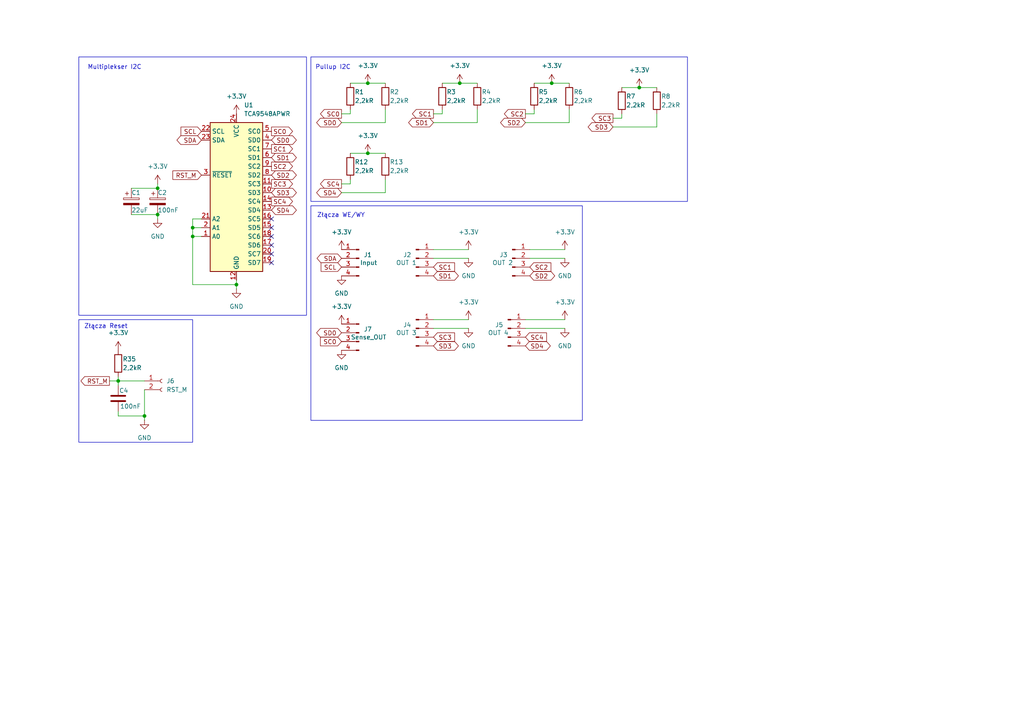
<source format=kicad_sch>
(kicad_sch (version 20231120) (generator "eeschema") (generator_version "8.0")
  (paper "A4")
  (lib_symbols
    (symbol "+3.3V_1" (power) (pin_numbers hide) (pin_names (offset 0) hide)
      (property "Value" "+3.3V" (at 0 3.556 0))
      (symbol "+3.3V_1_0_1"
        (polyline (pts (xy -0.762 1.27) (xy 0 2.54)))
        (polyline (pts (xy 0 0) (xy 0 2.54)))
        (polyline (pts (xy 0 2.54) (xy 0.762 1.27)))
      )
      (symbol "+3.3V_1_1_1"
        (pin power_in line (at 0 0 90) (length 0) (name "~") (number "1"))
      )
    )
    (symbol "Connector:Conn_01x02_Socket" (pin_names (offset 1.016) hide)
      (property "Reference" "J" (at 0 2.54 0))
      (property "Value" "Conn_01x02_Socket" (at 0 -5.08 0))
      (symbol "Conn_01x02_Socket_1_1"
        (arc (start 0 -2.032) (mid -0.5058 -2.54) (end 0 -3.048) (stroke (width 0.1524)))
        (polyline (pts (xy -1.27 -2.54) (xy -0.508 -2.54)) (stroke (width 0.1524)))
        (polyline (pts (xy -1.27 0) (xy -0.508 0)) (stroke (width 0.1524)))
        (arc (start 0 0.508) (mid -0.5058 0) (end 0 -0.508) (stroke (width 0.1524)))
        (pin passive line (at -5.08 0 0) (length 3.81) (name "Pin_1") (number "1"))
        (pin passive line (at -5.08 -2.54 0) (length 3.81) (name "Pin_2") (number "2"))
      )
    )
    (symbol "Connector:Conn_01x04_Pin" (pin_names (offset 1.016) hide)
      (property "Reference" "J" (at 0 5.08 0))
      (property "Value" "Conn_01x04_Pin" (at 0 -7.62 0))
      (symbol "Conn_01x04_Pin_1_1"
        (polyline (pts (xy 1.27 -5.08) (xy 0.8636 -5.08)) (stroke (width 0.1524)))
        (polyline (pts (xy 1.27 -2.54) (xy 0.8636 -2.54)) (stroke (width 0.1524)))
        (polyline (pts (xy 1.27 0) (xy 0.8636 0)) (stroke (width 0.1524)))
        (polyline (pts (xy 1.27 2.54) (xy 0.8636 2.54)) (stroke (width 0.1524)))
        (rectangle (start 0.8636 -4.953) (end 0 -5.207) (stroke (width 0.1524)) (fill (type outline)))
        (rectangle (start 0.8636 -2.413) (end 0 -2.667) (stroke (width 0.1524)) (fill (type outline)))
        (rectangle (start 0.8636 0.127) (end 0 -0.127) (stroke (width 0.1524)) (fill (type outline)))
        (rectangle (start 0.8636 2.667) (end 0 2.413) (stroke (width 0.1524)) (fill (type outline)))
        (pin passive line (at 5.08 2.54 180) (length 3.81) (name "Pin_1") (number "1"))
        (pin passive line (at 5.08 0 180) (length 3.81) (name "Pin_2") (number "2"))
        (pin passive line (at 5.08 -2.54 180) (length 3.81) (name "Pin_3") (number "3"))
        (pin passive line (at 5.08 -5.08 180) (length 3.81) (name "Pin_4") (number "4"))
      )
    )
    (symbol "Device:C" (pin_numbers hide) (pin_names (offset 0.254))
      (property "Reference" "C" (at 0.635 2.54 0))
      (property "Value" "C" (at 0.635 -2.54 0))
      (symbol "C_0_1"
        (polyline (pts (xy -2.032 -0.762) (xy 2.032 -0.762)) (stroke (width 0.508)))
        (polyline (pts (xy -2.032 0.762) (xy 2.032 0.762)) (stroke (width 0.508)))
      )
      (symbol "C_1_1"
        (pin passive line (at 0 3.81 270) (length 2.794) (name "~") (number "1"))
        (pin passive line (at 0 -3.81 90) (length 2.794) (name "~") (number "2"))
      )
    )
    (symbol "Device:C_Polarized" (pin_numbers hide) (pin_names (offset 0.254))
      (property "Reference" "C" (at 0.635 2.54 0))
      (property "Value" "C_Polarized" (at 0.635 -2.54 0))
      (symbol "C_Polarized_0_1"
        (rectangle (start -2.286 0.508) (end 2.286 1.016))
        (polyline (pts (xy -1.778 2.286) (xy -0.762 2.286)))
        (polyline (pts (xy -1.27 2.794) (xy -1.27 1.778)))
        (rectangle (start 2.286 -0.508) (end -2.286 -1.016) (fill (type outline)))
      )
      (symbol "C_Polarized_1_1"
        (pin passive line (at 0 3.81 270) (length 2.794) (name "~") (number "1"))
        (pin passive line (at 0 -3.81 90) (length 2.794) (name "~") (number "2"))
      )
    )
    (symbol "Device:R" (pin_numbers hide) (pin_names (offset 0))
      (property "Reference" "R" (at 2.032 0 90))
      (property "Value" "R" (at 0 0 90))
      (symbol "R_0_1"
        (rectangle (start -1.016 -2.54) (end 1.016 2.54) (stroke (width 0.254)))
      )
      (symbol "R_1_1"
        (pin passive line (at 0 3.81 270) (length 1.27) (name "~") (number "1"))
        (pin passive line (at 0 -3.81 90) (length 1.27) (name "~") (number "2"))
      )
    )
    (symbol "GND_1" (power) (pin_numbers hide) (pin_names (offset 0) hide)
      (property "Value" "GND" (at 0 -3.81 0))
      (symbol "GND_1_0_1"
        (polyline (pts (xy 0 0) (xy 0 -1.27) (xy 1.27 -1.27) (xy 0 -2.54) (xy -1.27 -1.27) (xy 0 -1.27)))
      )
      (symbol "GND_1_1_1"
        (pin power_in line (at 0 0 270) (length 0) (name "~") (number "1"))
      )
    )
    (symbol "Interface_Expansion:TCA9548APWR"
      (property "Reference" "U" (at -7.62 21.59 0))
      (property "Value" "TCA9548APWR" (at 1.016 21.59 0))
      (symbol "TCA9548APWR_0_1"
        (rectangle (start -7.62 20.32) (end 7.62 -22.86) (stroke (width 0.254)) (fill (type background)))
      )
      (symbol "TCA9548APWR_1_1"
        (pin input line (at -10.16 -12.7 0) (length 2.54) (name "A0") (number "1"))
        (pin bidirectional line (at 10.16 0 180) (length 2.54) (name "SD3") (number "10"))
        (pin output line (at 10.16 2.54 180) (length 2.54) (name "SC3") (number "11"))
        (pin power_in line (at 0 -25.4 90) (length 2.54) (name "GND") (number "12"))
        (pin bidirectional line (at 10.16 -5.08 180) (length 2.54) (name "SD4") (number "13"))
        (pin output line (at 10.16 -2.54 180) (length 2.54) (name "SC4") (number "14"))
        (pin bidirectional line (at 10.16 -10.16 180) (length 2.54) (name "SD5") (number "15"))
        (pin output line (at 10.16 -7.62 180) (length 2.54) (name "SC5") (number "16"))
        (pin bidirectional line (at 10.16 -15.24 180) (length 2.54) (name "SD6") (number "17"))
        (pin output line (at 10.16 -12.7 180) (length 2.54) (name "SC6") (number "18"))
        (pin bidirectional line (at 10.16 -20.32 180) (length 2.54) (name "SD7") (number "19"))
        (pin input line (at -10.16 -10.16 0) (length 2.54) (name "A1") (number "2"))
        (pin output line (at 10.16 -17.78 180) (length 2.54) (name "SC7") (number "20"))
        (pin input line (at -10.16 -7.62 0) (length 2.54) (name "A2") (number "21"))
        (pin input line (at -10.16 17.78 0) (length 2.54) (name "SCL") (number "22"))
        (pin bidirectional line (at -10.16 15.24 0) (length 2.54) (name "SDA") (number "23"))
        (pin power_in line (at 0 22.86 270) (length 2.54) (name "VCC") (number "24"))
        (pin input line (at -10.16 5.08 0) (length 2.54) (name "~{RESET}") (number "3"))
        (pin bidirectional line (at 10.16 15.24 180) (length 2.54) (name "SD0") (number "4"))
        (pin output line (at 10.16 17.78 180) (length 2.54) (name "SC0") (number "5"))
        (pin bidirectional line (at 10.16 10.16 180) (length 2.54) (name "SD1") (number "6"))
        (pin output line (at 10.16 12.7 180) (length 2.54) (name "SC1") (number "7"))
        (pin bidirectional line (at 10.16 5.08 180) (length 2.54) (name "SD2") (number "8"))
        (pin output line (at 10.16 7.62 180) (length 2.54) (name "SC2") (number "9"))
      )
    )
    (symbol "power:+3.3V" (power) (pin_names (offset 0))
      (property "Value" "+3.3V" (at 0 3.556 0))
      (symbol "+3.3V_0_1"
        (polyline (pts (xy -0.762 1.27) (xy 0 2.54)))
        (polyline (pts (xy 0 0) (xy 0 2.54)))
        (polyline (pts (xy 0 2.54) (xy 0.762 1.27)))
      )
      (symbol "+3.3V_1_1"
        (pin power_in line (at 0 0 90) (length 0) hide (name "+3.3V") (number "1"))
      )
    )
    (symbol "power:GND" (power) (pin_names (offset 0))
      (property "Value" "GND" (at 0 -3.81 0))
      (symbol "GND_0_1"
        (polyline (pts (xy 0 0) (xy 0 -1.27) (xy 1.27 -1.27) (xy 0 -2.54) (xy -1.27 -1.27) (xy 0 -1.27)))
      )
      (symbol "GND_1_1"
        (pin power_in line (at 0 0 270) (length 0) hide (name "GND") (number "1"))
      )
    )
  )
  (junction (at 133.35 24.13))
  (junction (at 160.02 24.13))
  (junction (at 34.29 110.49))
  (junction (at 106.68 24.13))
  (junction (at 68.58 82.55))
  (junction (at 55.88 66.04))
  (junction (at 41.91 120.65))
  (junction (at 45.72 54.61))
  (junction (at 45.72 62.23))
  (junction (at 106.68 44.45))
  (junction (at 55.88 68.58))
  (junction (at 185.42 25.4))
  (no_connect (at 78.74 66.04))
  (no_connect (at 78.74 71.12))
  (no_connect (at 78.74 68.58))
  (no_connect (at 78.74 73.66))
  (no_connect (at 78.74 63.5))
  (no_connect (at 78.74 76.2))
  (wire (pts (xy 99.06 35.56) (xy 111.76 35.56)))
  (wire (pts (xy 55.88 68.58) (xy 58.42 68.58)))
  (wire (pts (xy 99.06 53.34) (xy 101.6 53.34)))
  (wire (pts (xy 34.29 120.65) (xy 41.91 120.65)))
  (wire (pts (xy 55.88 63.5) (xy 55.88 66.04)))
  (wire (pts (xy 45.72 63.5) (xy 45.72 62.23)))
  (wire (pts (xy 128.27 24.13) (xy 133.35 24.13)))
  (wire (pts (xy 34.29 110.49) (xy 41.91 110.49)))
  (wire (pts (xy 101.6 33.02) (xy 101.6 31.75)))
  (wire (pts (xy 45.72 53.34) (xy 45.72 54.61)))
  (wire (pts (xy 125.73 95.25) (xy 135.89 95.25)))
  (wire (pts (xy 185.42 25.4) (xy 190.5 25.4)))
  (wire (pts (xy 99.06 55.88) (xy 111.76 55.88)))
  (wire (pts (xy 154.94 33.02) (xy 154.94 31.75)))
  (wire (pts (xy 55.88 82.55) (xy 68.58 82.55)))
  (wire (pts (xy 68.58 83.82) (xy 68.58 82.55)))
  (wire (pts (xy 41.91 113.03) (xy 41.91 120.65)))
  (wire (pts (xy 125.73 33.02) (xy 128.27 33.02)))
  (wire (pts (xy 101.6 44.45) (xy 106.68 44.45)))
  (wire (pts (xy 135.89 72.39) (xy 125.73 72.39)))
  (wire (pts (xy 125.73 92.71) (xy 135.89 92.71)))
  (wire (pts (xy 138.43 35.56) (xy 138.43 31.75)))
  (wire (pts (xy 41.91 121.92) (xy 41.91 120.65)))
  (wire (pts (xy 58.42 63.5) (xy 55.88 63.5)))
  (wire (pts (xy 153.67 74.93) (xy 163.83 74.93)))
  (wire (pts (xy 177.8 34.29) (xy 180.34 34.29)))
  (wire (pts (xy 55.88 66.04) (xy 58.42 66.04)))
  (wire (pts (xy 125.73 74.93) (xy 135.89 74.93)))
  (wire (pts (xy 177.8 36.83) (xy 190.5 36.83)))
  (wire (pts (xy 55.88 66.04) (xy 55.88 68.58)))
  (wire (pts (xy 154.94 24.13) (xy 160.02 24.13)))
  (wire (pts (xy 152.4 35.56) (xy 165.1 35.56)))
  (wire (pts (xy 190.5 36.83) (xy 190.5 33.02)))
  (wire (pts (xy 180.34 34.29) (xy 180.34 33.02)))
  (wire (pts (xy 128.27 33.02) (xy 128.27 31.75)))
  (wire (pts (xy 125.73 35.56) (xy 138.43 35.56)))
  (wire (pts (xy 99.06 33.02) (xy 101.6 33.02)))
  (wire (pts (xy 111.76 35.56) (xy 111.76 31.75)))
  (wire (pts (xy 152.4 92.71) (xy 163.83 92.71)))
  (wire (pts (xy 152.4 95.25) (xy 163.83 95.25)))
  (wire (pts (xy 34.29 120.65) (xy 34.29 119.38)))
  (wire (pts (xy 34.29 111.76) (xy 34.29 110.49)))
  (wire (pts (xy 38.1 62.23) (xy 45.72 62.23)))
  (wire (pts (xy 133.35 24.13) (xy 138.43 24.13)))
  (wire (pts (xy 68.58 82.55) (xy 68.58 81.28)))
  (wire (pts (xy 101.6 24.13) (xy 106.68 24.13)))
  (wire (pts (xy 106.68 24.13) (xy 111.76 24.13)))
  (wire (pts (xy 111.76 55.88) (xy 111.76 52.07)))
  (wire (pts (xy 152.4 33.02) (xy 154.94 33.02)))
  (wire (pts (xy 180.34 25.4) (xy 185.42 25.4)))
  (wire (pts (xy 55.88 68.58) (xy 55.88 82.55)))
  (wire (pts (xy 165.1 35.56) (xy 165.1 31.75)))
  (wire (pts (xy 31.75 110.49) (xy 34.29 110.49)))
  (wire (pts (xy 160.02 24.13) (xy 165.1 24.13)))
  (wire (pts (xy 106.68 44.45) (xy 111.76 44.45)))
  (wire (pts (xy 38.1 54.61) (xy 45.72 54.61)))
  (wire (pts (xy 153.67 72.39) (xy 163.83 72.39)))
  (wire (pts (xy 101.6 53.34) (xy 101.6 52.07)))
  (wire (pts (xy 34.29 109.22) (xy 34.29 110.49)))
  (rectangle (start 90.17 59.69) (end 168.91 121.92))
  (rectangle (start 22.86 16.51) (end 88.9 91.44))
  (rectangle (start 22.86 92.71) (end 55.88 128.27))
  (rectangle (start 90.17 16.51) (end 199.39 58.42))
  (text "Złącza Reset" (at 30.734 94.742 0) (effects (font (size 1.27 1.27))))
  (text "Złącza WE/WY" (at 91.948 63.246 0) (effects (font (size 1.27 1.27)) (justify left bottom)))
  (text "Multiplekser I2C" (at 25.4 20.32 0) (effects (font (size 1.27 1.27)) (justify left bottom)))
  (text "Pullup I2C" (at 91.44 20.32 0) (effects (font (size 1.27 1.27)) (justify left bottom)))
  (global_label "SC3" (shape input) (at 125.73 97.79 0) (property "Intersheetrefs" "${INTERSHEET_REFS}" (effects (hide yes))))
  (global_label "SCL" (shape input) (at 99.06 77.47 180) (property "Intersheetrefs" "${INTERSHEET_REFS}" (effects (hide yes))))
  (global_label "SC2" (shape output) (at 152.4 33.02 180) (property "Intersheetrefs" "${INTERSHEET_REFS}" (effects (hide yes))))
  (global_label "SD4" (shape bidirectional) (at 78.74 60.96 0) (property "Intersheetrefs" "${INTERSHEET_REFS}" (effects (hide yes))))
  (global_label "SD1" (shape bidirectional) (at 78.74 45.72 0) (property "Intersheetrefs" "${INTERSHEET_REFS}" (effects (hide yes))))
  (global_label "SD4" (shape bidirectional) (at 152.4 100.33 0) (property "Intersheetrefs" "${INTERSHEET_REFS}" (effects (hide yes))))
  (global_label "SD0" (shape bidirectional) (at 78.74 40.64 0) (property "Intersheetrefs" "${INTERSHEET_REFS}" (effects (hide yes))))
  (global_label "SD0" (shape bidirectional) (at 99.06 35.56 180) (property "Intersheetrefs" "${INTERSHEET_REFS}" (effects (hide yes))))
  (global_label "SC3" (shape output) (at 78.74 53.34 0) (property "Intersheetrefs" "${INTERSHEET_REFS}" (effects (hide yes))))
  (global_label "SC2" (shape input) (at 153.67 77.47 0) (property "Intersheetrefs" "${INTERSHEET_REFS}" (effects (hide yes))))
  (global_label "SC0" (shape input) (at 99.06 99.06 180) (property "Intersheetrefs" "${INTERSHEET_REFS}" (effects (hide yes))))
  (global_label "SD3" (shape bidirectional) (at 125.73 100.33 0) (property "Intersheetrefs" "${INTERSHEET_REFS}" (effects (hide yes))))
  (global_label "SCL" (shape input) (at 58.42 38.1 180) (property "Intersheetrefs" "${INTERSHEET_REFS}" (effects (hide yes))))
  (global_label "SDA" (shape bidirectional) (at 99.06 74.93 180) (property "Intersheetrefs" "${INTERSHEET_REFS}" (effects (hide yes))))
  (global_label "SD0" (shape bidirectional) (at 99.06 96.52 180) (property "Intersheetrefs" "${INTERSHEET_REFS}" (effects (hide yes))))
  (global_label "SD1" (shape bidirectional) (at 125.73 35.56 180) (property "Intersheetrefs" "${INTERSHEET_REFS}" (effects (hide yes))))
  (global_label "SC0" (shape output) (at 78.74 38.1 0) (property "Intersheetrefs" "${INTERSHEET_REFS}" (effects (hide yes))))
  (global_label "SC1" (shape input) (at 125.73 77.47 0) (property "Intersheetrefs" "${INTERSHEET_REFS}" (effects (hide yes))))
  (global_label "SC4" (shape output) (at 78.74 58.42 0) (property "Intersheetrefs" "${INTERSHEET_REFS}" (effects (hide yes))))
  (global_label "SD2" (shape bidirectional) (at 153.67 80.01 0) (property "Intersheetrefs" "${INTERSHEET_REFS}" (effects (hide yes))))
  (global_label "SC4" (shape output) (at 99.06 53.34 180) (property "Intersheetrefs" "${INTERSHEET_REFS}" (effects (hide yes))))
  (global_label "SD1" (shape bidirectional) (at 125.73 80.01 0) (property "Intersheetrefs" "${INTERSHEET_REFS}" (effects (hide yes))))
  (global_label "SD2" (shape bidirectional) (at 152.4 35.56 180) (property "Intersheetrefs" "${INTERSHEET_REFS}" (effects (hide yes))))
  (global_label "SC4" (shape input) (at 152.4 97.79 0) (property "Intersheetrefs" "${INTERSHEET_REFS}" (effects (hide yes))))
  (global_label "SD2" (shape bidirectional) (at 78.74 50.8 0) (property "Intersheetrefs" "${INTERSHEET_REFS}" (effects (hide yes))))
  (global_label "SC1" (shape output) (at 78.74 43.18 0) (property "Intersheetrefs" "${INTERSHEET_REFS}" (effects (hide yes))))
  (global_label "SC3" (shape output) (at 177.8 34.29 180) (property "Intersheetrefs" "${INTERSHEET_REFS}" (effects (hide yes))))
  (global_label "SD4" (shape bidirectional) (at 99.06 55.88 180) (property "Intersheetrefs" "${INTERSHEET_REFS}" (effects (hide yes))))
  (global_label "SD3" (shape bidirectional) (at 177.8 36.83 180) (property "Intersheetrefs" "${INTERSHEET_REFS}" (effects (hide yes))))
  (global_label "RST_M" (shape input) (at 58.42 50.8 180) (property "Intersheetrefs" "${INTERSHEET_REFS}" (effects (hide yes))))
  (global_label "SC1" (shape output) (at 125.73 33.02 180) (property "Intersheetrefs" "${INTERSHEET_REFS}" (effects (hide yes))))
  (global_label "SDA" (shape bidirectional) (at 58.42 40.64 180) (property "Intersheetrefs" "${INTERSHEET_REFS}" (effects (hide yes))))
  (global_label "SD3" (shape bidirectional) (at 78.74 55.88 0) (property "Intersheetrefs" "${INTERSHEET_REFS}" (effects (hide yes))))
  (global_label "SC2" (shape output) (at 78.74 48.26 0) (property "Intersheetrefs" "${INTERSHEET_REFS}" (effects (hide yes))))
  (global_label "RST_M" (shape output) (at 31.75 110.49 180) (property "Intersheetrefs" "${INTERSHEET_REFS}" (effects (hide yes))))
  (global_label "SC0" (shape output) (at 99.06 33.02 180) (property "Intersheetrefs" "${INTERSHEET_REFS}" (effects (hide yes))))
  (symbol (lib_id "power:+3.3V") (at 185.42 25.4 0) (unit 1)
    (property "Reference" "#PWR04" (effects (hide yes)))
    (property "Value" "+3.3V" (at 185.42 20.32 0))
  )
  (symbol (lib_id "Connector:Conn_01x04_Pin") (at 104.14 74.93 0) (mirror y) (unit 1)
    (property "Reference" "J1" (at 106.68 73.914 0))
    (property "Value" "Input" (at 106.934 76.2 0))
    (property "Footprint" "Connector_JST:JST_EH_B4B-EH-A_1x04_P2.50mm_Vertical" (effects (hide yes)))
    (property "Description" "Generic connector, single row, 01x04, script generated" (effects (hide yes)))
  )
  (symbol (lib_id "Device:R") (at 165.1 27.94 0) (unit 1)
    (property "Reference" "R6" (at 166.37 26.67 0) (effects (justify left)))
    (property "Value" "2,2kR" (at 166.37 29.21 0) (effects (justify left)))
    (property "Footprint" "Resistor_SMD:R_0402_1005Metric_Pad0.72x0.64mm_HandSolder" (effects (hide yes)))
  )
  (symbol (lib_id "Device:R") (at 138.43 27.94 0) (unit 1)
    (property "Reference" "R4" (at 139.7 26.67 0) (effects (justify left)))
    (property "Value" "2,2kR" (at 139.7 29.21 0) (effects (justify left)))
    (property "Footprint" "Resistor_SMD:R_0402_1005Metric_Pad0.72x0.64mm_HandSolder" (effects (hide yes)))
  )
  (symbol (lib_id "power:+3.3V") (at 135.89 92.71 0) (mirror y) (unit 1)
    (property "Reference" "#PWR024" (effects (hide yes)))
    (property "Value" "+3.3V" (at 135.89 87.63 0))
  )
  (symbol (lib_id "Device:R") (at 180.34 29.21 0) (unit 1)
    (property "Reference" "R7" (at 181.61 27.94 0) (effects (justify left)))
    (property "Value" "2,2kR" (at 181.61 30.48 0) (effects (justify left)))
    (property "Footprint" "Resistor_SMD:R_0402_1005Metric_Pad0.72x0.64mm_HandSolder" (effects (hide yes)))
  )
  (symbol (lib_id "Device:C_Polarized") (at 38.1 58.42 0) (unit 1)
    (property "Reference" "C1" (at 38.1 55.88 0) (effects (justify left)))
    (property "Value" "22uF" (at 38.1 60.96 0) (effects (justify left)))
    (property "Footprint" "Capacitor_SMD:C_0402_1005Metric_Pad0.74x0.62mm_HandSolder" (effects (hide yes)))
  )
  (symbol (lib_id "power:+3.3V") (at 106.68 44.45 0) (unit 1)
    (property "Reference" "#PWR07" (effects (hide yes)))
    (property "Value" "+3.3V" (at 106.68 39.37 0))
  )
  (symbol (lib_id "Device:R") (at 128.27 27.94 0) (unit 1)
    (property "Reference" "R3" (at 129.54 26.67 0) (effects (justify left)))
    (property "Value" "2,2kR" (at 129.54 29.21 0) (effects (justify left)))
    (property "Footprint" "Resistor_SMD:R_0402_1005Metric_Pad0.72x0.64mm_HandSolder" (effects (hide yes)))
  )
  (symbol (lib_id "power:+3.3V") (at 133.35 24.13 0) (unit 1)
    (property "Reference" "#PWR02" (effects (hide yes)))
    (property "Value" "+3.3V" (at 133.35 19.05 0))
  )
  (symbol (lib_id "Connector:Conn_01x04_Pin") (at 148.59 74.93 0) (unit 1)
    (property "Reference" "J3" (at 146.05 73.914 0))
    (property "Value" "OUT 2" (at 145.796 76.2 0))
    (property "Footprint" "Connector_PinHeader_2.54mm:PinHeader_1x04_P2.54mm_Vertical" (effects (hide yes)))
    (property "Description" "Generic connector, single row, 01x04, script generated" (effects (hide yes)))
  )
  (symbol (lib_id "Device:R") (at 101.6 27.94 0) (unit 1)
    (property "Reference" "R1" (at 102.87 26.67 0) (effects (justify left)))
    (property "Value" "2,2kR" (at 102.87 29.21 0) (effects (justify left)))
    (property "Footprint" "Resistor_SMD:R_0402_1005Metric_Pad0.72x0.64mm_HandSolder" (effects (hide yes)))
  )
  (symbol (lib_id "power:+3.3V") (at 99.06 93.98 0) (unit 1)
    (property "Reference" "#PWR05" (effects (hide yes)))
    (property "Value" "+3.3V" (at 99.06 88.9 0))
  )
  (symbol (lib_id "power:GND") (at 68.58 83.82 0) (unit 1)
    (property "Reference" "#PWR013" (effects (hide yes)))
    (property "Value" "GND" (at 68.58 88.9 0))
  )
  (symbol (lib_id "power:GND") (at 163.83 74.93 0) (mirror y) (unit 1)
    (property "Reference" "#PWR023" (effects (hide yes)))
    (property "Value" "GND" (at 163.83 80.01 0))
  )
  (symbol (lib_id "Connector:Conn_01x04_Pin") (at 147.32 95.25 0) (unit 1)
    (property "Reference" "J5" (at 144.78 94.234 0))
    (property "Value" "OUT 4" (at 144.526 96.52 0))
    (property "Footprint" "Connector_PinHeader_2.54mm:PinHeader_1x04_P2.54mm_Vertical" (effects (hide yes)))
    (property "Description" "Generic connector, single row, 01x04, script generated" (effects (hide yes)))
  )
  (symbol (lib_id "power:+3.3V") (at 163.83 92.71 0) (mirror y) (unit 1)
    (property "Reference" "#PWR026" (effects (hide yes)))
    (property "Value" "+3.3V" (at 163.83 87.63 0))
  )
  (symbol (lib_name "GND_1") (lib_id "power:GND") (at 41.91 121.92 0) (unit 1)
    (property "Reference" "#PWR049" (effects (hide yes)))
    (property "Value" "GND" (at 41.91 127 0))
    (property "Description" "Power symbol creates a global label with name \"GND\" , ground" (effects (hide yes)))
  )
  (symbol (lib_id "Connector:Conn_01x02_Socket") (at 46.99 110.49 0) (unit 1)
    (property "Reference" "J6" (at 48.26 110.4899 0) (effects (justify left)))
    (property "Value" "RST_M" (at 48.26 113.0299 0) (effects (justify left)))
    (property "Footprint" "Connector_PinSocket_2.54mm:PinSocket_1x02_P2.54mm_Vertical" (effects (hide yes)))
    (property "Description" "Generic connector, single row, 01x02, script generated" (effects (hide yes)))
  )
  (symbol (lib_id "power:GND") (at 135.89 74.93 0) (mirror y) (unit 1)
    (property "Reference" "#PWR021" (effects (hide yes)))
    (property "Value" "GND" (at 135.89 80.01 0))
  )
  (symbol (lib_id "power:+3.3V") (at 68.58 33.02 0) (unit 1)
    (property "Reference" "#PWR06" (effects (hide yes)))
    (property "Value" "+3.3V" (at 68.58 27.94 0))
  )
  (symbol (lib_id "power:GND") (at 135.89 95.25 0) (mirror y) (unit 1)
    (property "Reference" "#PWR025" (effects (hide yes)))
    (property "Value" "GND" (at 135.89 100.33 0))
  )
  (symbol (lib_id "power:+3.3V") (at 106.68 24.13 0) (unit 1)
    (property "Reference" "#PWR01" (effects (hide yes)))
    (property "Value" "+3.3V" (at 106.68 19.05 0))
  )
  (symbol (lib_id "power:+3.3V") (at 135.89 72.39 0) (mirror y) (unit 1)
    (property "Reference" "#PWR020" (effects (hide yes)))
    (property "Value" "+3.3V" (at 135.89 67.31 0))
  )
  (symbol (lib_id "Device:R") (at 111.76 48.26 0) (unit 1)
    (property "Reference" "R13" (at 113.03 46.99 0) (effects (justify left)))
    (property "Value" "2,2kR" (at 113.03 49.53 0) (effects (justify left)))
    (property "Footprint" "Resistor_SMD:R_0402_1005Metric_Pad0.72x0.64mm_HandSolder" (effects (hide yes)))
  )
  (symbol (lib_id "Connector:Conn_01x04_Pin") (at 120.65 74.93 0) (unit 1)
    (property "Reference" "J2" (at 118.11 73.914 0))
    (property "Value" "OUT 1" (at 117.856 76.2 0))
    (property "Footprint" "Connector_PinHeader_2.54mm:PinHeader_1x04_P2.54mm_Vertical" (effects (hide yes)))
    (property "Description" "Generic connector, single row, 01x04, script generated" (effects (hide yes)))
  )
  (symbol (lib_id "power:GND") (at 45.72 63.5 0) (unit 1)
    (property "Reference" "#PWR012" (effects (hide yes)))
    (property "Value" "GND" (at 45.72 68.58 0))
  )
  (symbol (lib_id "Device:R") (at 154.94 27.94 0) (unit 1)
    (property "Reference" "R5" (at 156.21 26.67 0) (effects (justify left)))
    (property "Value" "2,2kR" (at 156.21 29.21 0) (effects (justify left)))
    (property "Footprint" "Resistor_SMD:R_0402_1005Metric_Pad0.72x0.64mm_HandSolder" (effects (hide yes)))
  )
  (symbol (lib_id "Device:R") (at 101.6 48.26 0) (unit 1)
    (property "Reference" "R12" (at 102.87 46.99 0) (effects (justify left)))
    (property "Value" "2,2kR" (at 102.87 49.53 0) (effects (justify left)))
    (property "Footprint" "Resistor_SMD:R_0402_1005Metric_Pad0.72x0.64mm_HandSolder" (effects (hide yes)))
  )
  (symbol (lib_id "Connector:Conn_01x04_Pin") (at 104.14 96.52 0) (mirror y) (unit 1)
    (property "Reference" "J7" (at 106.68 95.504 0))
    (property "Value" "Sense_OUT" (at 106.934 97.79 0))
    (property "Footprint" "Connector_JST:JST_EH_B4B-EH-A_1x04_P2.50mm_Vertical" (effects (hide yes)))
    (property "Description" "Generic connector, single row, 01x04, script generated" (effects (hide yes)))
  )
  (symbol (lib_id "power:+3.3V") (at 160.02 24.13 0) (unit 1)
    (property "Reference" "#PWR03" (effects (hide yes)))
    (property "Value" "+3.3V" (at 160.02 19.05 0))
  )
  (symbol (lib_id "power:+3.3V") (at 99.06 72.39 0) (unit 1)
    (property "Reference" "#PWR018" (effects (hide yes)))
    (property "Value" "+3.3V" (at 99.06 67.31 0))
  )
  (symbol (lib_name "+3.3V_1") (lib_id "power:+3.3V") (at 34.29 101.6 0) (unit 1)
    (property "Reference" "#PWR051" (effects (hide yes)))
    (property "Value" "+3.3V" (at 34.29 96.52 0))
    (property "Description" "Power symbol creates a global label with name \"+3.3V\"" (effects (hide yes)))
  )
  (symbol (lib_id "Device:C_Polarized") (at 45.72 58.42 0) (unit 1)
    (property "Reference" "C2" (at 45.72 55.88 0) (effects (justify left)))
    (property "Value" "100nF" (at 45.72 60.96 0) (effects (justify left)))
    (property "Footprint" "Capacitor_SMD:C_0402_1005Metric_Pad0.74x0.62mm_HandSolder" (effects (hide yes)))
  )
  (symbol (lib_id "Interface_Expansion:TCA9548APWR") (at 68.58 55.88 0) (unit 1)
    (property "Reference" "U1" (at 70.7741 30.48 0) (effects (justify left)))
    (property "Value" "TCA9548APWR" (at 70.7741 33.02 0) (effects (justify left)))
    (property "Footprint" "Package_SO:TSSOP-24_4.4x7.8mm_P0.65mm" (effects (hide yes)))
    (property "Datasheet" "http://www.ti.com/lit/ds/symlink/tca9548a.pdf" (effects (hide yes)))
  )
  (symbol (lib_id "Device:C") (at 34.29 115.57 0) (unit 1)
    (property "Reference" "C4" (at 34.544 113.284 0) (effects (justify left)))
    (property "Value" "100nF" (at 34.798 117.856 0) (effects (justify left)))
    (property "Footprint" "Capacitor_SMD:C_0402_1005Metric_Pad0.74x0.62mm_HandSolder" (effects (hide yes)))
    (property "Description" "Unpolarized capacitor" (effects (hide yes)))
  )
  (symbol (lib_id "Device:R") (at 190.5 29.21 0) (unit 1)
    (property "Reference" "R8" (at 191.77 27.94 0) (effects (justify left)))
    (property "Value" "2,2kR" (at 191.77 30.48 0) (effects (justify left)))
    (property "Footprint" "Resistor_SMD:R_0402_1005Metric_Pad0.72x0.64mm_HandSolder" (effects (hide yes)))
  )
  (symbol (lib_id "power:GND") (at 99.06 80.01 0) (unit 1)
    (property "Reference" "#PWR019" (effects (hide yes)))
    (property "Value" "GND" (at 99.06 85.09 0))
  )
  (symbol (lib_id "Connector:Conn_01x04_Pin") (at 120.65 95.25 0) (unit 1)
    (property "Reference" "J4" (at 118.11 94.234 0))
    (property "Value" "OUT 3" (at 117.856 96.52 0))
    (property "Footprint" "Connector_PinHeader_2.54mm:PinHeader_1x04_P2.54mm_Vertical" (effects (hide yes)))
    (property "Description" "Generic connector, single row, 01x04, script generated" (effects (hide yes)))
  )
  (symbol (lib_id "Device:R") (at 34.29 105.41 0) (unit 1)
    (property "Reference" "R35" (at 35.56 104.14 0) (effects (justify left)))
    (property "Value" "2,2kR" (at 35.56 106.68 0) (effects (justify left)))
    (property "Footprint" "Resistor_SMD:R_0402_1005Metric_Pad0.72x0.64mm_HandSolder" (effects (hide yes)))
  )
  (symbol (lib_id "power:GND") (at 163.83 95.25 0) (mirror y) (unit 1)
    (property "Reference" "#PWR027" (effects (hide yes)))
    (property "Value" "GND" (at 163.83 100.33 0))
  )
  (symbol (lib_id "power:+3.3V") (at 45.72 53.34 0) (unit 1)
    (property "Reference" "#PWR011" (effects (hide yes)))
    (property "Value" "+3.3V" (at 45.72 48.26 0))
  )
  (symbol (lib_id "Device:R") (at 111.76 27.94 0) (unit 1)
    (property "Reference" "R2" (at 113.03 26.67 0) (effects (justify left)))
    (property "Value" "2,2kR" (at 113.03 29.21 0) (effects (justify left)))
    (property "Footprint" "Resistor_SMD:R_0402_1005Metric_Pad0.72x0.64mm_HandSolder" (effects (hide yes)))
  )
  (symbol (lib_id "power:+3.3V") (at 163.83 72.39 0) (mirror y) (unit 1)
    (property "Reference" "#PWR022" (effects (hide yes)))
    (property "Value" "+3.3V" (at 163.83 67.31 0))
  )
  (symbol (lib_id "power:GND") (at 99.06 101.6 0) (unit 1)
    (property "Reference" "#PWR08" (effects (hide yes)))
    (property "Value" "GND" (at 99.06 106.68 0))
  )
)
</source>
